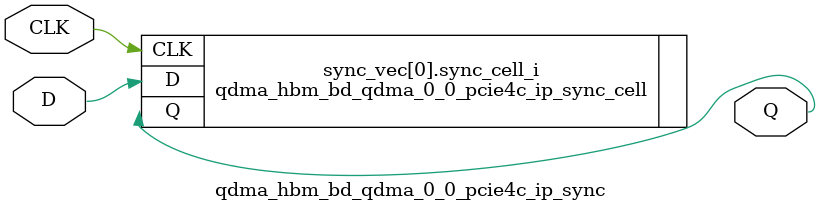
<source format=v>

`timescale 1ps / 1ps

(* DowngradeIPIdentifiedWarnings = "yes" *)
module qdma_hbm_bd_qdma_0_0_pcie4c_ip_sync #
(
    parameter integer WIDTH = 1, 
    parameter integer STAGE = 3
)
(
    //-------------------------------------------------------------------------- 
    //  Input Ports
    //-------------------------------------------------------------------------- 
    input                               CLK,
    input       [WIDTH-1:0]             D,
    
    //-------------------------------------------------------------------------- 
    //  Output Ports
    //-------------------------------------------------------------------------- 
    output      [WIDTH-1:0]             Q
);                                                        



//--------------------------------------------------------------------------------------------------
//  Generate Synchronizer - Begin
//--------------------------------------------------------------------------------------------------
genvar i;

generate for (i=0; i<WIDTH; i=i+1) 

    begin : sync_vec

    //----------------------------------------------------------------------
    //  Synchronizer
    //----------------------------------------------------------------------
    qdma_hbm_bd_qdma_0_0_pcie4c_ip_sync_cell #
    (
        .STAGE                          (STAGE)
    )    
    sync_cell_i
    (
        //------------------------------------------------------------------
        //  Input Ports
        //------------------------------------------------------------------
        .CLK                            (CLK),
        .D                              (D[i]),

        //------------------------------------------------------------------
        //  Output Ports
        //------------------------------------------------------------------
        .Q                              (Q[i])
    );
 
    end   
      
endgenerate 
//--------------------------------------------------------------------------------------------------
//  Generate - End
//--------------------------------------------------------------------------------------------------



endmodule

</source>
